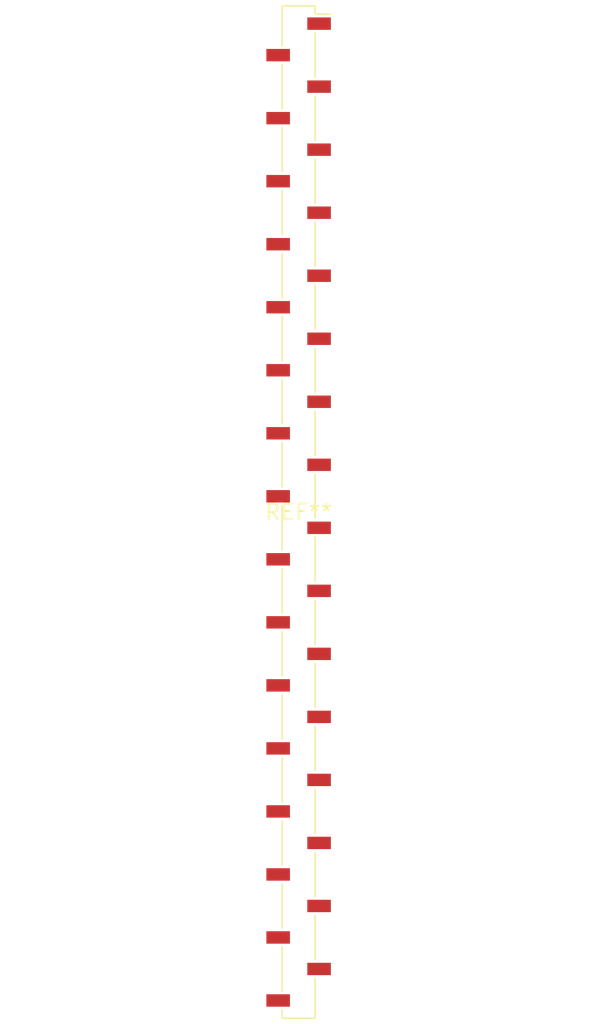
<source format=kicad_pcb>
(kicad_pcb (version 20240108) (generator pcbnew)
  (layers (0 "F.Cu" signal) (31 "B.Cu" signal) (34 "B.Paste" user) (35 "F.Paste" user) (36 "B.SilkS" user "B.Silkscreen") (37 "F.SilkS" user "F.Silkscreen") (38 "B.Mask" user) (39 "F.Mask" user) (44 "Edge.Cuts" user))
  (net 0 "")
  (footprint "PinSocket_1x32_P2.54mm_Vertical_SMD_Pin1Right" (layer "F.Cu") (at 0 0)
    (property "Reference" "REF**")
    (property "Value" "PinSocket_1x32_P2.54mm_Vertical_SMD_Pin1Right")
    (fp_line (start -1.33 -40.8) (end -1.33 -37.59) (layer "F.SilkS") (stroke (width 0.12)))
    (fp_line (start -1.33 -40.8) (end 1.33 -40.8) (layer "F.SilkS") (stroke (width 0.12)))
    (fp_line (start -1.33 -36.07) (end -1.33 -32.51) (layer "F.SilkS") (stroke (width 0.12)))
    (fp_line (start -1.33 -30.99) (end -1.33 -27.43) (layer "F.SilkS") (stroke (width 0.12)))
    (fp_line (start -1.33 -25.91) (end -1.33 -22.35) (layer "F.SilkS") (stroke (width 0.12)))
    (fp_line (start -1.33 -20.83) (end -1.33 -17.27) (layer "F.SilkS") (stroke (width 0.12)))
    (fp_line (start -1.33 -15.75) (end -1.33 -12.19) (layer "F.SilkS") (stroke (width 0.12)))
    (fp_line (start -1.33 -10.67) (end -1.33 -7.11) (layer "F.SilkS") (stroke (width 0.12)))
    (fp_line (start -1.33 -5.59) (end -1.33 -2.03) (layer "F.SilkS") (stroke (width 0.12)))
    (fp_line (start -1.33 -0.51) (end -1.33 3.05) (layer "F.SilkS") (stroke (width 0.12)))
    (fp_line (start -1.33 4.57) (end -1.33 8.13) (layer "F.SilkS") (stroke (width 0.12)))
    (fp_line (start -1.33 9.65) (end -1.33 13.21) (layer "F.SilkS") (stroke (width 0.12)))
    (fp_line (start -1.33 14.73) (end -1.33 18.29) (layer "F.SilkS") (stroke (width 0.12)))
    (fp_line (start -1.33 19.81) (end -1.33 23.37) (layer "F.SilkS") (stroke (width 0.12)))
    (fp_line (start -1.33 24.89) (end -1.33 28.45) (layer "F.SilkS") (stroke (width 0.12)))
    (fp_line (start -1.33 29.97) (end -1.33 33.53) (layer "F.SilkS") (stroke (width 0.12)))
    (fp_line (start -1.33 35.05) (end -1.33 38.61) (layer "F.SilkS") (stroke (width 0.12)))
    (fp_line (start -1.33 40.13) (end -1.33 40.8) (layer "F.SilkS") (stroke (width 0.12)))
    (fp_line (start -1.33 40.8) (end 1.33 40.8) (layer "F.SilkS") (stroke (width 0.12)))
    (fp_line (start 1.33 -40.8) (end 1.33 -40.13) (layer "F.SilkS") (stroke (width 0.12)))
    (fp_line (start 1.33 -40.13) (end 2.54 -40.13) (layer "F.SilkS") (stroke (width 0.12)))
    (fp_line (start 1.33 -38.61) (end 1.33 -35.05) (layer "F.SilkS") (stroke (width 0.12)))
    (fp_line (start 1.33 -33.53) (end 1.33 -29.97) (layer "F.SilkS") (stroke (width 0.12)))
    (fp_line (start 1.33 -28.45) (end 1.33 -24.89) (layer "F.SilkS") (stroke (width 0.12)))
    (fp_line (start 1.33 -23.37) (end 1.33 -19.81) (layer "F.SilkS") (stroke (width 0.12)))
    (fp_line (start 1.33 -18.29) (end 1.33 -14.73) (layer "F.SilkS") (stroke (width 0.12)))
    (fp_line (start 1.33 -13.21) (end 1.33 -9.65) (layer "F.SilkS") (stroke (width 0.12)))
    (fp_line (start 1.33 -8.13) (end 1.33 -4.57) (layer "F.SilkS") (stroke (width 0.12)))
    (fp_line (start 1.33 -3.05) (end 1.33 0.51) (layer "F.SilkS") (stroke (width 0.12)))
    (fp_line (start 1.33 2.03) (end 1.33 5.59) (layer "F.SilkS") (stroke (width 0.12)))
    (fp_line (start 1.33 7.11) (end 1.33 10.67) (layer "F.SilkS") (stroke (width 0.12)))
    (fp_line (start 1.33 12.19) (end 1.33 15.75) (layer "F.SilkS") (stroke (width 0.12)))
    (fp_line (start 1.33 17.27) (end 1.33 20.83) (layer "F.SilkS") (stroke (width 0.12)))
    (fp_line (start 1.33 22.35) (end 1.33 25.91) (layer "F.SilkS") (stroke (width 0.12)))
    (fp_line (start 1.33 27.43) (end 1.33 30.99) (layer "F.SilkS") (stroke (width 0.12)))
    (fp_line (start 1.33 32.51) (end 1.33 36.07) (layer "F.SilkS") (stroke (width 0.12)))
    (fp_line (start 1.33 37.59) (end 1.33 40.8) (layer "F.SilkS") (stroke (width 0.12)))
    (pad "1" smd rect (at 1.65 -39.37) (size 1.9 1) (layers "F.Cu" "F.Paste" "F.Mask"))
    (pad "2" smd rect (at -1.65 -36.83) (size 1.9 1) (layers "F.Cu" "F.Paste" "F.Mask"))
    (pad "3" smd rect (at 1.65 -34.29) (size 1.9 1) (layers "F.Cu" "F.Paste" "F.Mask"))
    (pad "4" smd rect (at -1.65 -31.75) (size 1.9 1) (layers "F.Cu" "F.Paste" "F.Mask"))
    (pad "5" smd rect (at 1.65 -29.21) (size 1.9 1) (layers "F.Cu" "F.Paste" "F.Mask"))
    (pad "6" smd rect (at -1.65 -26.67) (size 1.9 1) (layers "F.Cu" "F.Paste" "F.Mask"))
    (pad "7" smd rect (at 1.65 -24.13) (size 1.9 1) (layers "F.Cu" "F.Paste" "F.Mask"))
    (pad "8" smd rect (at -1.65 -21.59) (size 1.9 1) (layers "F.Cu" "F.Paste" "F.Mask"))
    (pad "9" smd rect (at 1.65 -19.05) (size 1.9 1) (layers "F.Cu" "F.Paste" "F.Mask"))
    (pad "10" smd rect (at -1.65 -16.51) (size 1.9 1) (layers "F.Cu" "F.Paste" "F.Mask"))
    (pad "11" smd rect (at 1.65 -13.97) (size 1.9 1) (layers "F.Cu" "F.Paste" "F.Mask"))
    (pad "12" smd rect (at -1.65 -11.43) (size 1.9 1) (layers "F.Cu" "F.Paste" "F.Mask"))
    (pad "13" smd rect (at 1.65 -8.89) (size 1.9 1) (layers "F.Cu" "F.Paste" "F.Mask"))
    (pad "14" smd rect (at -1.65 -6.35) (size 1.9 1) (layers "F.Cu" "F.Paste" "F.Mask"))
    (pad "15" smd rect (at 1.65 -3.81) (size 1.9 1) (layers "F.Cu" "F.Paste" "F.Mask"))
    (pad "16" smd rect (at -1.65 -1.27) (size 1.9 1) (layers "F.Cu" "F.Paste" "F.Mask"))
    (pad "17" smd rect (at 1.65 1.27) (size 1.9 1) (layers "F.Cu" "F.Paste" "F.Mask"))
    (pad "18" smd rect (at -1.65 3.81) (size 1.9 1) (layers "F.Cu" "F.Paste" "F.Mask"))
    (pad "19" smd rect (at 1.65 6.35) (size 1.9 1) (layers "F.Cu" "F.Paste" "F.Mask"))
    (pad "20" smd rect (at -1.65 8.89) (size 1.9 1) (layers "F.Cu" "F.Paste" "F.Mask"))
    (pad "21" smd rect (at 1.65 11.43) (size 1.9 1) (layers "F.Cu" "F.Paste" "F.Mask"))
    (pad "22" smd rect (at -1.65 13.97) (size 1.9 1) (layers "F.Cu" "F.Paste" "F.Mask"))
    (pad "23" smd rect (at 1.65 16.51) (size 1.9 1) (layers "F.Cu" "F.Paste" "F.Mask"))
    (pad "24" smd rect (at -1.65 19.05) (size 1.9 1) (layers "F.Cu" "F.Paste" "F.Mask"))
    (pad "25" smd rect (at 1.65 21.59) (size 1.9 1) (layers "F.Cu" "F.Paste" "F.Mask"))
    (pad "26" smd rect (at -1.65 24.13) (size 1.9 1) (layers "F.Cu" "F.Paste" "F.Mask"))
    (pad "27" smd rect (at 1.65 26.67) (size 1.9 1) (layers "F.Cu" "F.Paste" "F.Mask"))
    (pad "28" smd rect (at -1.65 29.21) (size 1.9 1) (layers "F.Cu" "F.Paste" "F.Mask"))
    (pad "29" smd rect (at 1.65 31.75) (size 1.9 1) (layers "F.Cu" "F.Paste" "F.Mask"))
    (pad "30" smd rect (at -1.65 34.29) (size 1.9 1) (layers "F.Cu" "F.Paste" "F.Mask"))
    (pad "31" smd rect (at 1.65 36.83) (size 1.9 1) (layers "F.Cu" "F.Paste" "F.Mask"))
    (pad "32" smd rect (at -1.65 39.37) (size 1.9 1) (layers "F.Cu" "F.Paste" "F.Mask"))
  )
)
</source>
